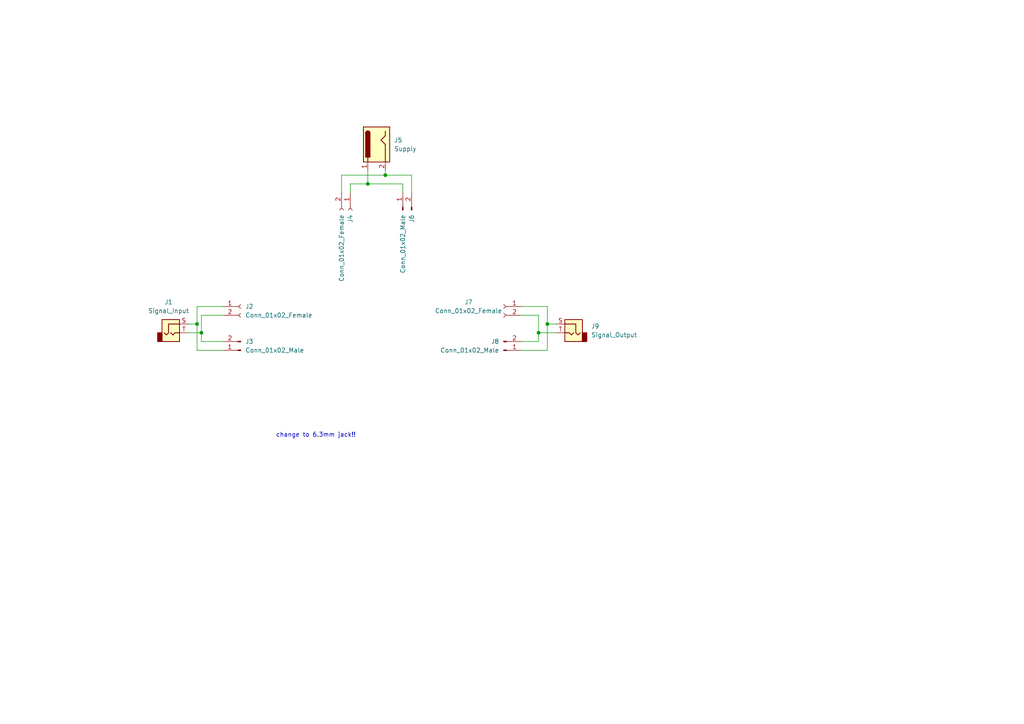
<source format=kicad_sch>
(kicad_sch (version 20211123) (generator eeschema)
  (paper "A4")
  (lib_symbols
    (symbol "Connector:AudioJack2"
      (property "Reference" "J" (at 0 8.89 0))
      (property "Value" "AudioJack2" (at 0 6.35 0))
      (symbol "AudioJack2_0_1"
        (rectangle (start -3.81 0) (end -2.54 -2.54) (stroke (width 0.254)) (fill (type outline)))
        (rectangle (start -2.54 3.81) (end 2.54 -2.54) (stroke (width 0.254)) (fill (type background)))
        (polyline (pts (xy 0 0) (xy 0.635 -0.635) (xy 1.27 0) (xy 2.54 0)) (stroke (width 0.254)))
        (polyline (pts (xy 2.54 2.54) (xy -0.635 2.54) (xy -0.635 0) (xy -1.27 -0.635) (xy -1.905 0)) (stroke (width 0.254)))
      )
      (symbol "AudioJack2_1_1"
        (pin passive line (at 5.08 2.54 180) (length 2.54) (name "~") (number "S"))
        (pin passive line (at 5.08 0 180) (length 2.54) (name "~") (number "T"))
      )
    )
    (symbol "Connector:Conn_01x02_Female" (pin_names (offset 1.016) hide)
      (property "Reference" "J" (at 0 2.54 0))
      (property "Value" "Conn_01x02_Female" (at 0 -5.08 0))
      (symbol "Conn_01x02_Female_1_1"
        (arc (start 0 -2.032) (mid -0.508 -2.54) (end 0 -3.048) (stroke (width 0.1524)))
        (polyline (pts (xy -1.27 -2.54) (xy -0.508 -2.54)) (stroke (width 0.1524)))
        (polyline (pts (xy -1.27 0) (xy -0.508 0)) (stroke (width 0.1524)))
        (arc (start 0 0.508) (mid -0.508 0) (end 0 -0.508) (stroke (width 0.1524)))
        (pin passive line (at -5.08 0 0) (length 3.81) (name "Pin_1") (number "1"))
        (pin passive line (at -5.08 -2.54 0) (length 3.81) (name "Pin_2") (number "2"))
      )
    )
    (symbol "Connector:Conn_01x02_Male" (pin_names (offset 1.016) hide)
      (property "Reference" "J" (at 0 2.54 0))
      (property "Value" "Conn_01x02_Male" (at 0 -5.08 0))
      (symbol "Conn_01x02_Male_1_1"
        (polyline (pts (xy 1.27 -2.54) (xy 0.8636 -2.54)) (stroke (width 0.1524)))
        (polyline (pts (xy 1.27 0) (xy 0.8636 0)) (stroke (width 0.1524)))
        (rectangle (start 0.8636 -2.413) (end 0 -2.667) (stroke (width 0.1524)) (fill (type outline)))
        (rectangle (start 0.8636 0.127) (end 0 -0.127) (stroke (width 0.1524)) (fill (type outline)))
        (pin passive line (at 5.08 0 180) (length 3.81) (name "Pin_1") (number "1"))
        (pin passive line (at 5.08 -2.54 180) (length 3.81) (name "Pin_2") (number "2"))
      )
    )
    (symbol "Connector:Jack-DC" (pin_names (offset 1.016))
      (property "Reference" "J" (at 0 5.334 0))
      (property "Value" "Jack-DC" (at 0 -5.08 0))
      (symbol "Jack-DC_0_1"
        (rectangle (start -5.08 3.81) (end 5.08 -3.81) (stroke (width 0.254)) (fill (type background)))
        (arc (start -3.302 3.175) (mid -3.937 2.54) (end -3.302 1.905) (stroke (width 0.254)))
        (arc (start -3.302 3.175) (mid -3.937 2.54) (end -3.302 1.905) (stroke (width 0.254)) (fill (type outline)))
        (polyline (pts (xy 5.08 2.54) (xy 3.81 2.54)) (stroke (width 0.254)))
        (polyline (pts (xy -3.81 -2.54) (xy -2.54 -2.54) (xy -1.27 -1.27) (xy 0 -2.54) (xy 2.54 -2.54) (xy 5.08 -2.54)) (stroke (width 0.254)))
        (rectangle (start 3.683 3.175) (end -3.302 1.905) (stroke (width 0.254)) (fill (type outline)))
      )
      (symbol "Jack-DC_1_1"
        (pin passive line (at 7.62 2.54 180) (length 2.54) (name "~") (number "1"))
        (pin passive line (at 7.62 -2.54 180) (length 2.54) (name "~") (number "2"))
      )
    )
  )
  (junction (at 158.75 93.98))
  (junction (at 106.68 53.34))
  (junction (at 58.42 96.52))
  (junction (at 156.21 96.52))
  (junction (at 57.15 93.98))
  (junction (at 111.76 50.8))
  (wire (pts (xy 156.21 99.06) (xy 151.13 99.06)))
  (wire (pts (xy 111.76 49.53) (xy 111.76 50.8)))
  (wire (pts (xy 57.15 93.98) (xy 57.15 88.9)))
  (wire (pts (xy 54.61 96.52) (xy 58.42 96.52)))
  (wire (pts (xy 101.6 53.34) (xy 101.6 55.88)))
  (wire (pts (xy 116.84 53.34) (xy 106.68 53.34)))
  (wire (pts (xy 161.29 96.52) (xy 156.21 96.52)))
  (wire (pts (xy 156.21 96.52) (xy 156.21 99.06)))
  (wire (pts (xy 156.21 91.44) (xy 151.13 91.44)))
  (wire (pts (xy 64.77 99.06) (xy 58.42 99.06)))
  (wire (pts (xy 58.42 91.44) (xy 64.77 91.44)))
  (wire (pts (xy 161.29 93.98) (xy 158.75 93.98)))
  (wire (pts (xy 156.21 96.52) (xy 156.21 91.44)))
  (wire (pts (xy 64.77 101.6) (xy 57.15 101.6)))
  (wire (pts (xy 106.68 49.53) (xy 106.68 53.34)))
  (wire (pts (xy 158.75 101.6) (xy 151.13 101.6)))
  (wire (pts (xy 158.75 93.98) (xy 158.75 101.6)))
  (wire (pts (xy 99.06 50.8) (xy 111.76 50.8)))
  (wire (pts (xy 58.42 99.06) (xy 58.42 96.52)))
  (wire (pts (xy 111.76 50.8) (xy 119.38 50.8)))
  (wire (pts (xy 54.61 93.98) (xy 57.15 93.98)))
  (wire (pts (xy 106.68 53.34) (xy 101.6 53.34)))
  (wire (pts (xy 158.75 88.9) (xy 151.13 88.9)))
  (wire (pts (xy 57.15 88.9) (xy 64.77 88.9)))
  (wire (pts (xy 58.42 96.52) (xy 58.42 91.44)))
  (wire (pts (xy 158.75 88.9) (xy 158.75 93.98)))
  (wire (pts (xy 99.06 55.88) (xy 99.06 50.8)))
  (wire (pts (xy 119.38 50.8) (xy 119.38 55.88)))
  (wire (pts (xy 116.84 55.88) (xy 116.84 53.34)))
  (wire (pts (xy 57.15 101.6) (xy 57.15 93.98)))
  (text "change to 6.3mm jack!!" (at 80.01 127 0) (effects (font (size 1.27 1.27)) (justify left bottom)))
  (symbol (lib_id "Connector:Jack-DC") (at 109.22 41.91 90) (mirror x) (unit 1)
    (property "Reference" "J5" (at 114.3 40.6399 90) (effects (justify right)))
    (property "Value" "Supply" (at 114.3 43.1799 90) (effects (justify right)))
    (property "Footprint" "Connector_BarrelJack:BarrelJack_Horizontal" (effects hide))
    (property "Datasheet" "https://www.mouser.de/ProductDetail/Gravitech/CON-SOCJ-2155?qs=fkzBJ5HM%252BdCcpvFQyQZHtA%3D%3D" (effects hide))
  )
  (symbol (lib_id "Connector:AudioJack2") (at 49.53 96.52 0) (unit 1)
    (property "Reference" "J1" (at 48.895 87.63 0))
    (property "Value" "Signal_Input" (at 48.895 90.17 0))
    (property "Footprint" "Connector_Audio:Jack_6.35mm_Neutrik_NRJ4HF_Horizontal" (effects hide))
    (property "Datasheet" "https://www.reichelt.de/klinkeneinbaubuchse-6-35-mm-mono-2-pol-neutrik-nr-j4hf-p116983.html?&trstct=pos_5&nbc=1" (effects hide))
  )
  (symbol (lib_id "Connector:Conn_01x02_Male") (at 146.05 101.6 0) (mirror x) (unit 1)
    (property "Reference" "J8" (at 144.78 99.0599 0) (effects (justify right)))
    (property "Value" "Conn_01x02_Male" (at 144.78 101.5999 0) (effects (justify right)))
    (property "Footprint" "Connector_PinHeader_2.54mm:PinHeader_1x02_P2.54mm_Vertical" (effects hide))
  )
  (symbol (lib_id "Connector:AudioJack2") (at 166.37 96.52 0) (mirror y) (unit 1)
    (property "Reference" "J9" (at 171.45 94.6149 0) (effects (justify right)))
    (property "Value" "Signal_Output" (at 171.45 97.1549 0) (effects (justify right)))
    (property "Footprint" "Connector_Audio:Jack_6.35mm_Neutrik_NRJ4HF_Horizontal" (effects hide))
    (property "Datasheet" "https://www.reichelt.de/klinkeneinbaubuchse-6-35-mm-mono-2-pol-neutrik-nr-j4hf-p116983.html?&trstct=pos_5&nbc=1" (effects hide))
  )
  (symbol (lib_id "Connector:Conn_01x02_Female") (at 146.05 88.9 0) (mirror y) (unit 1)
    (property "Reference" "J7" (at 135.89 87.63 0))
    (property "Value" "Conn_01x02_Female" (at 135.89 90.17 0))
    (property "Footprint" "Connector_PinSocket_2.54mm:PinSocket_1x02_P2.54mm_Vertical" (effects hide))
  )
  (symbol (lib_id "Connector:Conn_01x02_Male") (at 69.85 101.6 180) (unit 1)
    (property "Reference" "J3" (at 71.12 99.0599 0) (effects (justify right)))
    (property "Value" "Conn_01x02_Male" (at 71.12 101.5999 0) (effects (justify right)))
    (property "Footprint" "Connector_PinHeader_2.54mm:PinHeader_1x02_P2.54mm_Vertical" (effects hide))
  )
  (symbol (lib_id "Connector:Conn_01x02_Female") (at 101.6 60.96 270) (unit 1)
    (property "Reference" "J4" (at 101.6 62.23 0) (effects (justify left)))
    (property "Value" "Conn_01x02_Female" (at 99.06 62.23 0) (effects (justify left)))
    (property "Footprint" "Connector_PinSocket_2.54mm:PinSocket_1x02_P2.54mm_Vertical" (effects hide))
  )
  (symbol (lib_id "Connector:Conn_01x02_Male") (at 116.84 60.96 90) (unit 1)
    (property "Reference" "J6" (at 119.38 62.23 0) (effects (justify right)))
    (property "Value" "Conn_01x02_Male" (at 116.84 62.23 0) (effects (justify right)))
    (property "Footprint" "Connector_PinHeader_2.54mm:PinHeader_1x02_P2.54mm_Vertical" (effects hide))
  )
  (symbol (lib_id "Connector:Conn_01x02_Female") (at 69.85 88.9 0) (unit 1)
    (property "Reference" "J2" (at 71.12 88.8999 0) (effects (justify left)))
    (property "Value" "Conn_01x02_Female" (at 71.12 91.4399 0) (effects (justify left)))
    (property "Footprint" "Connector_PinSocket_2.54mm:PinSocket_1x02_P2.54mm_Vertical" (effects hide))
  )
)
</source>
